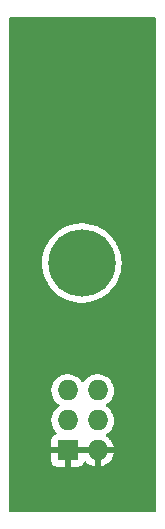
<source format=gbl>
G04 #@! TF.GenerationSoftware,KiCad,Pcbnew,(6.0.5)*
G04 #@! TF.CreationDate,2022-06-02T14:12:23-07:00*
G04 #@! TF.ProjectId,feederFloor,66656564-6572-4466-9c6f-6f722e6b6963,rev?*
G04 #@! TF.SameCoordinates,Original*
G04 #@! TF.FileFunction,Copper,L2,Bot*
G04 #@! TF.FilePolarity,Positive*
%FSLAX46Y46*%
G04 Gerber Fmt 4.6, Leading zero omitted, Abs format (unit mm)*
G04 Created by KiCad (PCBNEW (6.0.5)) date 2022-06-02 14:12:23*
%MOMM*%
%LPD*%
G01*
G04 APERTURE LIST*
G04 #@! TA.AperFunction,ComponentPad*
%ADD10C,5.700000*%
G04 #@! TD*
G04 #@! TA.AperFunction,ComponentPad*
%ADD11R,1.727200X1.727200*%
G04 #@! TD*
G04 #@! TA.AperFunction,ComponentPad*
%ADD12O,1.727200X1.727200*%
G04 #@! TD*
G04 #@! TA.AperFunction,ViaPad*
%ADD13C,0.800000*%
G04 #@! TD*
G04 APERTURE END LIST*
D10*
X191700000Y-41350000D03*
D11*
X190500000Y-57200000D03*
D12*
X193040000Y-57200000D03*
X190500000Y-54660000D03*
X193040000Y-54660000D03*
X190500000Y-52120000D03*
X193040000Y-52120000D03*
D13*
X195020000Y-49560000D03*
X187230000Y-33560000D03*
X186580000Y-24180000D03*
X196510000Y-33560000D03*
G04 #@! TA.AperFunction,Conductor*
G36*
X197933621Y-20528502D02*
G01*
X197980114Y-20582158D01*
X197991500Y-20634500D01*
X197991500Y-62265500D01*
X197971498Y-62333621D01*
X197917842Y-62380114D01*
X197865500Y-62391500D01*
X185634500Y-62391500D01*
X185566379Y-62371498D01*
X185519886Y-62317842D01*
X185508500Y-62265500D01*
X185508500Y-58108269D01*
X189128401Y-58108269D01*
X189128771Y-58115090D01*
X189134295Y-58165952D01*
X189137921Y-58181204D01*
X189183076Y-58301654D01*
X189191614Y-58317249D01*
X189268115Y-58419324D01*
X189280676Y-58431885D01*
X189382751Y-58508386D01*
X189398346Y-58516924D01*
X189518794Y-58562078D01*
X189534049Y-58565705D01*
X189584914Y-58571231D01*
X189591728Y-58571600D01*
X190227885Y-58571600D01*
X190243124Y-58567125D01*
X190244329Y-58565735D01*
X190246000Y-58558052D01*
X190246000Y-58553484D01*
X190754000Y-58553484D01*
X190758475Y-58568723D01*
X190759865Y-58569928D01*
X190767548Y-58571599D01*
X191408269Y-58571599D01*
X191415090Y-58571229D01*
X191465952Y-58565705D01*
X191481204Y-58562079D01*
X191601654Y-58516924D01*
X191617249Y-58508386D01*
X191719324Y-58431885D01*
X191731885Y-58419324D01*
X191808386Y-58317249D01*
X191816924Y-58301654D01*
X191852041Y-58207981D01*
X191894683Y-58151217D01*
X191961245Y-58126517D01*
X192030593Y-58141725D01*
X192065263Y-58169716D01*
X192073674Y-58179427D01*
X192081032Y-58186633D01*
X192246606Y-58324095D01*
X192255053Y-58330010D01*
X192440859Y-58438586D01*
X192450146Y-58443036D01*
X192651198Y-58519810D01*
X192661091Y-58522684D01*
X192768248Y-58544485D01*
X192782300Y-58543290D01*
X192786000Y-58532945D01*
X192786000Y-58532229D01*
X193294000Y-58532229D01*
X193298064Y-58546071D01*
X193311479Y-58548105D01*
X193321025Y-58546882D01*
X193331095Y-58544742D01*
X193537225Y-58482900D01*
X193546832Y-58479134D01*
X193740076Y-58384464D01*
X193748934Y-58379185D01*
X193924141Y-58254211D01*
X193932003Y-58247567D01*
X194084445Y-58095656D01*
X194091122Y-58087811D01*
X194216702Y-57913047D01*
X194222013Y-57904208D01*
X194317358Y-57711292D01*
X194321156Y-57701699D01*
X194383716Y-57495791D01*
X194385893Y-57485721D01*
X194387705Y-57471960D01*
X194385493Y-57457778D01*
X194372336Y-57454000D01*
X193312115Y-57454000D01*
X193296876Y-57458475D01*
X193295671Y-57459865D01*
X193294000Y-57467548D01*
X193294000Y-58532229D01*
X192786000Y-58532229D01*
X192786000Y-57472115D01*
X192781525Y-57456876D01*
X192780135Y-57455671D01*
X192772452Y-57454000D01*
X190772115Y-57454000D01*
X190756876Y-57458475D01*
X190755671Y-57459865D01*
X190754000Y-57467548D01*
X190754000Y-58553484D01*
X190246000Y-58553484D01*
X190246000Y-57472115D01*
X190241525Y-57456876D01*
X190240135Y-57455671D01*
X190232452Y-57454000D01*
X189146516Y-57454000D01*
X189131277Y-57458475D01*
X189130072Y-57459865D01*
X189128401Y-57467548D01*
X189128401Y-58108269D01*
X185508500Y-58108269D01*
X185508500Y-54626362D01*
X189123609Y-54626362D01*
X189123906Y-54631514D01*
X189123906Y-54631518D01*
X189129618Y-54730578D01*
X189136597Y-54851614D01*
X189137734Y-54856660D01*
X189137735Y-54856666D01*
X189158984Y-54950952D01*
X189186200Y-55071720D01*
X189188142Y-55076502D01*
X189188143Y-55076506D01*
X189224822Y-55166835D01*
X189271086Y-55280769D01*
X189388975Y-55473147D01*
X189392355Y-55477049D01*
X189460734Y-55555987D01*
X189534413Y-55641045D01*
X189534414Y-55641046D01*
X189536702Y-55643687D01*
X189536157Y-55644159D01*
X189568850Y-55702576D01*
X189564525Y-55773440D01*
X189522573Y-55830717D01*
X189490246Y-55848624D01*
X189398346Y-55883076D01*
X189382751Y-55891614D01*
X189280676Y-55968115D01*
X189268115Y-55980676D01*
X189191614Y-56082751D01*
X189183076Y-56098346D01*
X189137922Y-56218794D01*
X189134295Y-56234049D01*
X189128769Y-56284914D01*
X189128400Y-56291728D01*
X189128400Y-56927885D01*
X189132875Y-56943124D01*
X189134265Y-56944329D01*
X189141948Y-56946000D01*
X194372367Y-56946000D01*
X194385898Y-56942027D01*
X194387203Y-56932947D01*
X194344133Y-56761477D01*
X194340813Y-56751726D01*
X194254999Y-56554365D01*
X194250133Y-56545290D01*
X194133239Y-56364601D01*
X194126947Y-56356430D01*
X193982113Y-56197260D01*
X193974580Y-56190234D01*
X193805691Y-56056855D01*
X193797104Y-56051150D01*
X193778082Y-56040649D01*
X193728111Y-55990216D01*
X193713340Y-55920773D01*
X193738457Y-55854368D01*
X193765801Y-55827768D01*
X193928667Y-55711596D01*
X194088487Y-55552333D01*
X194220150Y-55369105D01*
X194320118Y-55166835D01*
X194385708Y-54950952D01*
X194415158Y-54727256D01*
X194416802Y-54660000D01*
X194398315Y-54435132D01*
X194343349Y-54216304D01*
X194253380Y-54009391D01*
X194205282Y-53935043D01*
X194133634Y-53824291D01*
X194133632Y-53824288D01*
X194130826Y-53819951D01*
X193978977Y-53653071D01*
X193974926Y-53649872D01*
X193974922Y-53649868D01*
X193805966Y-53516434D01*
X193805962Y-53516432D01*
X193801911Y-53513232D01*
X193778535Y-53500328D01*
X193728564Y-53449896D01*
X193713792Y-53380453D01*
X193738908Y-53314047D01*
X193766259Y-53287441D01*
X193924455Y-53174601D01*
X193924459Y-53174597D01*
X193928667Y-53171596D01*
X194088487Y-53012333D01*
X194220150Y-52829105D01*
X194320118Y-52626835D01*
X194385708Y-52410952D01*
X194415158Y-52187256D01*
X194416802Y-52120000D01*
X194398315Y-51895132D01*
X194343349Y-51676304D01*
X194253380Y-51469391D01*
X194205282Y-51395043D01*
X194133634Y-51284291D01*
X194133632Y-51284288D01*
X194130826Y-51279951D01*
X193978977Y-51113071D01*
X193974926Y-51109872D01*
X193974922Y-51109868D01*
X193805966Y-50976434D01*
X193805962Y-50976432D01*
X193801911Y-50973232D01*
X193604383Y-50864191D01*
X193391698Y-50788876D01*
X193341297Y-50779898D01*
X193174657Y-50750214D01*
X193174653Y-50750214D01*
X193169569Y-50749308D01*
X193097574Y-50748429D01*
X192949129Y-50746615D01*
X192949127Y-50746615D01*
X192943959Y-50746552D01*
X192720929Y-50780680D01*
X192506468Y-50850777D01*
X192306335Y-50954960D01*
X192302202Y-50958063D01*
X192302199Y-50958065D01*
X192277734Y-50976434D01*
X192125905Y-51090430D01*
X191970024Y-51253550D01*
X191967112Y-51257819D01*
X191967106Y-51257827D01*
X191873503Y-51395043D01*
X191818592Y-51440046D01*
X191748067Y-51448217D01*
X191684320Y-51416963D01*
X191663623Y-51392479D01*
X191593634Y-51284291D01*
X191593632Y-51284288D01*
X191590826Y-51279951D01*
X191438977Y-51113071D01*
X191434926Y-51109872D01*
X191434922Y-51109868D01*
X191265966Y-50976434D01*
X191265962Y-50976432D01*
X191261911Y-50973232D01*
X191064383Y-50864191D01*
X190851698Y-50788876D01*
X190801297Y-50779898D01*
X190634657Y-50750214D01*
X190634653Y-50750214D01*
X190629569Y-50749308D01*
X190557574Y-50748429D01*
X190409129Y-50746615D01*
X190409127Y-50746615D01*
X190403959Y-50746552D01*
X190180929Y-50780680D01*
X189966468Y-50850777D01*
X189766335Y-50954960D01*
X189762202Y-50958063D01*
X189762199Y-50958065D01*
X189737734Y-50976434D01*
X189585905Y-51090430D01*
X189430024Y-51253550D01*
X189302878Y-51439940D01*
X189300704Y-51444624D01*
X189300702Y-51444627D01*
X189229402Y-51598231D01*
X189207881Y-51644593D01*
X189147585Y-51862013D01*
X189123609Y-52086362D01*
X189123906Y-52091514D01*
X189123906Y-52091518D01*
X189129618Y-52190578D01*
X189136597Y-52311614D01*
X189137734Y-52316660D01*
X189137735Y-52316666D01*
X189158984Y-52410952D01*
X189186200Y-52531720D01*
X189188142Y-52536502D01*
X189188143Y-52536506D01*
X189224822Y-52626835D01*
X189271086Y-52740769D01*
X189388975Y-52933147D01*
X189536702Y-53103687D01*
X189710299Y-53247810D01*
X189714751Y-53250412D01*
X189714756Y-53250415D01*
X189764069Y-53279231D01*
X189812792Y-53330870D01*
X189825863Y-53400653D01*
X189799131Y-53466425D01*
X189768595Y-53493783D01*
X189766335Y-53494960D01*
X189585905Y-53630430D01*
X189430024Y-53793550D01*
X189302878Y-53979940D01*
X189300704Y-53984624D01*
X189300702Y-53984627D01*
X189229402Y-54138231D01*
X189207881Y-54184593D01*
X189147585Y-54402013D01*
X189123609Y-54626362D01*
X185508500Y-54626362D01*
X185508500Y-41338259D01*
X188336587Y-41338259D01*
X188354992Y-41701574D01*
X188355529Y-41704929D01*
X188355530Y-41704935D01*
X188395211Y-41952670D01*
X188412527Y-42060777D01*
X188508519Y-42411664D01*
X188641845Y-42750133D01*
X188643428Y-42753148D01*
X188809362Y-43069206D01*
X188809367Y-43069214D01*
X188810946Y-43072222D01*
X188812840Y-43075040D01*
X188812845Y-43075049D01*
X189005419Y-43361628D01*
X189013843Y-43374165D01*
X189248163Y-43652428D01*
X189274899Y-43677977D01*
X189508702Y-43901405D01*
X189508709Y-43901411D01*
X189511165Y-43903758D01*
X189799771Y-44125214D01*
X189802689Y-44126988D01*
X190107692Y-44312433D01*
X190107697Y-44312436D01*
X190110607Y-44314205D01*
X190113695Y-44315651D01*
X190113694Y-44315651D01*
X190436952Y-44467077D01*
X190436962Y-44467081D01*
X190440036Y-44468521D01*
X190443254Y-44469623D01*
X190443257Y-44469624D01*
X190780981Y-44585253D01*
X190780989Y-44585255D01*
X190784204Y-44586356D01*
X191139084Y-44666332D01*
X191192123Y-44672375D01*
X191497144Y-44707128D01*
X191497152Y-44707128D01*
X191500527Y-44707513D01*
X191503931Y-44707531D01*
X191503934Y-44707531D01*
X191702058Y-44708568D01*
X191864303Y-44709418D01*
X191867689Y-44709068D01*
X191867691Y-44709068D01*
X192222765Y-44672375D01*
X192222774Y-44672374D01*
X192226157Y-44672024D01*
X192229490Y-44671310D01*
X192229493Y-44671309D01*
X192339895Y-44647641D01*
X192581856Y-44595768D01*
X192927239Y-44481544D01*
X192930323Y-44480138D01*
X192930332Y-44480135D01*
X193255171Y-44332096D01*
X193258265Y-44330686D01*
X193302276Y-44304554D01*
X193568128Y-44146704D01*
X193568132Y-44146701D01*
X193571063Y-44144961D01*
X193861973Y-43926539D01*
X194127592Y-43677977D01*
X194364813Y-43402182D01*
X194472983Y-43244794D01*
X194568931Y-43105190D01*
X194568936Y-43105182D01*
X194570861Y-43102381D01*
X194572473Y-43099387D01*
X194572478Y-43099379D01*
X194741703Y-42785092D01*
X194743325Y-42782080D01*
X194880188Y-42445027D01*
X194979850Y-42095164D01*
X195041143Y-41736583D01*
X195043285Y-41701574D01*
X195063241Y-41375278D01*
X195063351Y-41373481D01*
X195063433Y-41350000D01*
X195043760Y-40986751D01*
X194984972Y-40627752D01*
X194887756Y-40277202D01*
X194883331Y-40266081D01*
X194754508Y-39942365D01*
X194753249Y-39939201D01*
X194722690Y-39881485D01*
X194584624Y-39620723D01*
X194584620Y-39620716D01*
X194583025Y-39617704D01*
X194581118Y-39614888D01*
X194581113Y-39614879D01*
X194380985Y-39319292D01*
X194379075Y-39316471D01*
X194143785Y-39039027D01*
X193879908Y-38788617D01*
X193590530Y-38568170D01*
X193587618Y-38566413D01*
X193587613Y-38566410D01*
X193281951Y-38382023D01*
X193281945Y-38382020D01*
X193279036Y-38380265D01*
X192949071Y-38227100D01*
X192604494Y-38110467D01*
X192595234Y-38108414D01*
X192520485Y-38091843D01*
X192249336Y-38031731D01*
X192120217Y-38017476D01*
X191891133Y-37992184D01*
X191891128Y-37992184D01*
X191887752Y-37991811D01*
X191884353Y-37991805D01*
X191884352Y-37991805D01*
X191712762Y-37991506D01*
X191523972Y-37991176D01*
X191388831Y-38005618D01*
X191165634Y-38029471D01*
X191165628Y-38029472D01*
X191162250Y-38029833D01*
X190806820Y-38107330D01*
X190461838Y-38222759D01*
X190131340Y-38374771D01*
X189819192Y-38561588D01*
X189529046Y-38781023D01*
X189264296Y-39030511D01*
X189028040Y-39307132D01*
X188823040Y-39607651D01*
X188651694Y-39928552D01*
X188650419Y-39931724D01*
X188650417Y-39931728D01*
X188648626Y-39936185D01*
X188516009Y-40266081D01*
X188417569Y-40616290D01*
X188357528Y-40975082D01*
X188336587Y-41338259D01*
X185508500Y-41338259D01*
X185508500Y-20634500D01*
X185528502Y-20566379D01*
X185582158Y-20519886D01*
X185634500Y-20508500D01*
X197865500Y-20508500D01*
X197933621Y-20528502D01*
G37*
G04 #@! TD.AperFunction*
M02*

</source>
